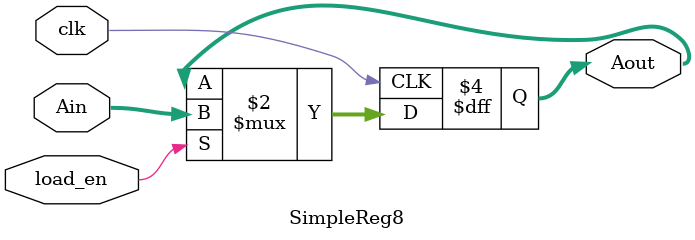
<source format=v>
module SimpleReg8(input [7:0] Ain,
                  input load_en,
                  input clk,
                  output reg [7:0] Aout);

    always@(posedge clk)
    begin
        if(load_en)
			Aout <= Ain;
    end

endmodule

</source>
